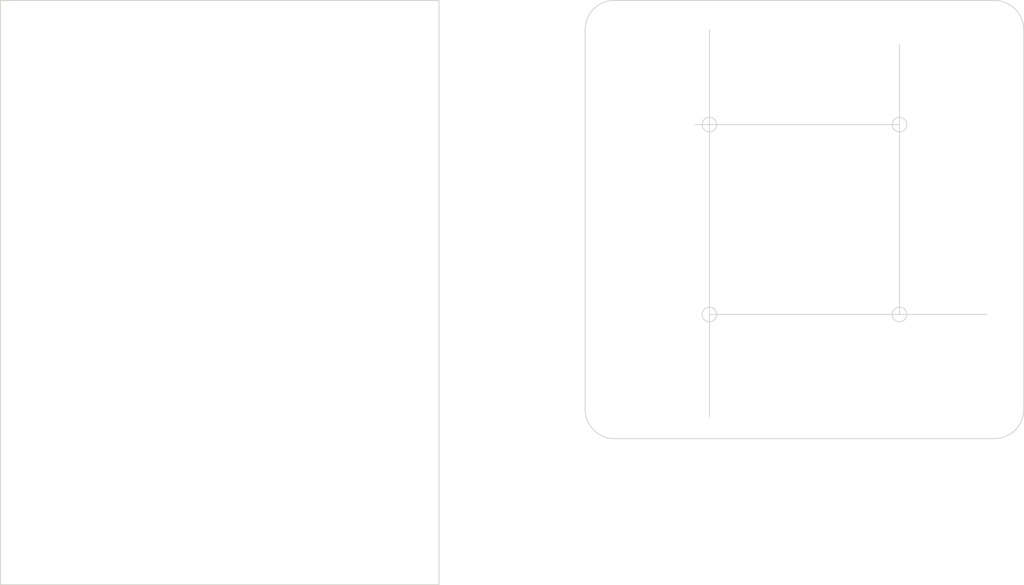
<source format=kicad_pcb>
(kicad_pcb (version 3) (host pcbnew "(2013-jul-07)-stable")

  (general
    (links 0)
    (no_connects 0)
    (area 101.524999 76.124999 279.475001 177.875001)
    (thickness 1.6)
    (drawings 21)
    (tracks 0)
    (zones 0)
    (modules 0)
    (nets 1)
  )

  (page A3)
  (layers
    (15 F.Cu signal)
    (0 B.Cu signal)
    (16 B.Adhes user)
    (17 F.Adhes user)
    (18 B.Paste user)
    (19 F.Paste user)
    (20 B.SilkS user)
    (21 F.SilkS user)
    (22 B.Mask user)
    (23 F.Mask user)
    (24 Dwgs.User user)
    (25 Cmts.User user)
    (26 Eco1.User user)
    (27 Eco2.User user)
    (28 Edge.Cuts user)
  )

  (setup
    (last_trace_width 0.254)
    (trace_clearance 0.254)
    (zone_clearance 0.508)
    (zone_45_only no)
    (trace_min 0.254)
    (segment_width 0.2)
    (edge_width 0.15)
    (via_size 0.889)
    (via_drill 0.635)
    (via_min_size 0.889)
    (via_min_drill 0.508)
    (uvia_size 0.508)
    (uvia_drill 0.127)
    (uvias_allowed no)
    (uvia_min_size 0.508)
    (uvia_min_drill 0.127)
    (pcb_text_width 0.3)
    (pcb_text_size 1.5 1.5)
    (mod_edge_width 0.15)
    (mod_text_size 1.5 1.5)
    (mod_text_width 0.15)
    (pad_size 1.524 1.524)
    (pad_drill 0.762)
    (pad_to_mask_clearance 0.2)
    (aux_axis_origin 0 0)
    (visible_elements FFFFFFBF)
    (pcbplotparams
      (layerselection 3178497)
      (usegerberextensions true)
      (excludeedgelayer true)
      (linewidth 0.100000)
      (plotframeref false)
      (viasonmask false)
      (mode 1)
      (useauxorigin false)
      (hpglpennumber 1)
      (hpglpenspeed 20)
      (hpglpendiameter 15)
      (hpglpenoverlay 2)
      (psnegative false)
      (psa4output false)
      (plotreference true)
      (plotvalue true)
      (plotothertext true)
      (plotinvisibletext false)
      (padsonsilk false)
      (subtractmaskfromsilk false)
      (outputformat 1)
      (mirror false)
      (drillshape 1)
      (scaleselection 1)
      (outputdirectory ""))
  )

  (net 0 "")

  (net_class Default "This is the default net class."
    (clearance 0.254)
    (trace_width 0.254)
    (via_dia 0.889)
    (via_drill 0.635)
    (uvia_dia 0.508)
    (uvia_drill 0.127)
    (add_net "")
  )

  (gr_circle (center 224.79 97.79) (end 226.06 97.79) (layer Edge.Cuts) (width 0.15))
  (gr_circle (center 224.79 130.81) (end 226.06 130.81) (layer Edge.Cuts) (width 0.15))
  (gr_circle (center 257.81 130.81) (end 259.08 130.81) (layer Edge.Cuts) (width 0.15))
  (gr_circle (center 257.81 97.79) (end 259.08 97.79) (layer Edge.Cuts) (width 0.15))
  (gr_line (start 257.81 97.79) (end 222.25 97.79) (angle 90) (layer Edge.Cuts) (width 0.15))
  (gr_line (start 257.81 130.81) (end 257.81 83.82) (angle 90) (layer Edge.Cuts) (width 0.15))
  (gr_line (start 224.79 130.81) (end 273.05 130.81) (angle 90) (layer Edge.Cuts) (width 0.15))
  (gr_line (start 224.79 148.59) (end 224.79 81.28) (angle 90) (layer Edge.Cuts) (width 0.15))
  (gr_line (start 203.2 147.32) (end 203.2 81.28) (angle 90) (layer Edge.Cuts) (width 0.15))
  (gr_line (start 274.32 152.4) (end 208.28 152.4) (angle 90) (layer Edge.Cuts) (width 0.15))
  (gr_line (start 279.4 81.28) (end 279.4 147.32) (angle 90) (layer Edge.Cuts) (width 0.15))
  (gr_line (start 208.28 76.2) (end 274.32 76.2) (angle 90) (layer Edge.Cuts) (width 0.15))
  (gr_arc (start 208.28 147.32) (end 208.28 152.4) (angle 90) (layer Edge.Cuts) (width 0.15))
  (gr_arc (start 274.32 147.32) (end 279.4 147.32) (angle 90) (layer Edge.Cuts) (width 0.15))
  (gr_arc (start 274.32 81.28) (end 274.32 76.2) (angle 90) (layer Edge.Cuts) (width 0.15))
  (gr_arc (start 208.28 81.28) (end 203.2 81.28) (angle 90) (layer Edge.Cuts) (width 0.15))
  (gr_line (start 101.6 76.2) (end 104.14 76.2) (angle 90) (layer Edge.Cuts) (width 0.15))
  (gr_line (start 101.6 177.8) (end 101.6 76.2) (angle 90) (layer Edge.Cuts) (width 0.15))
  (gr_line (start 177.8 177.8) (end 101.6 177.8) (angle 90) (layer Edge.Cuts) (width 0.15))
  (gr_line (start 177.8 76.2) (end 177.8 177.8) (angle 90) (layer Edge.Cuts) (width 0.15))
  (gr_line (start 101.6 76.2) (end 177.8 76.2) (angle 90) (layer Edge.Cuts) (width 0.15))

)

</source>
